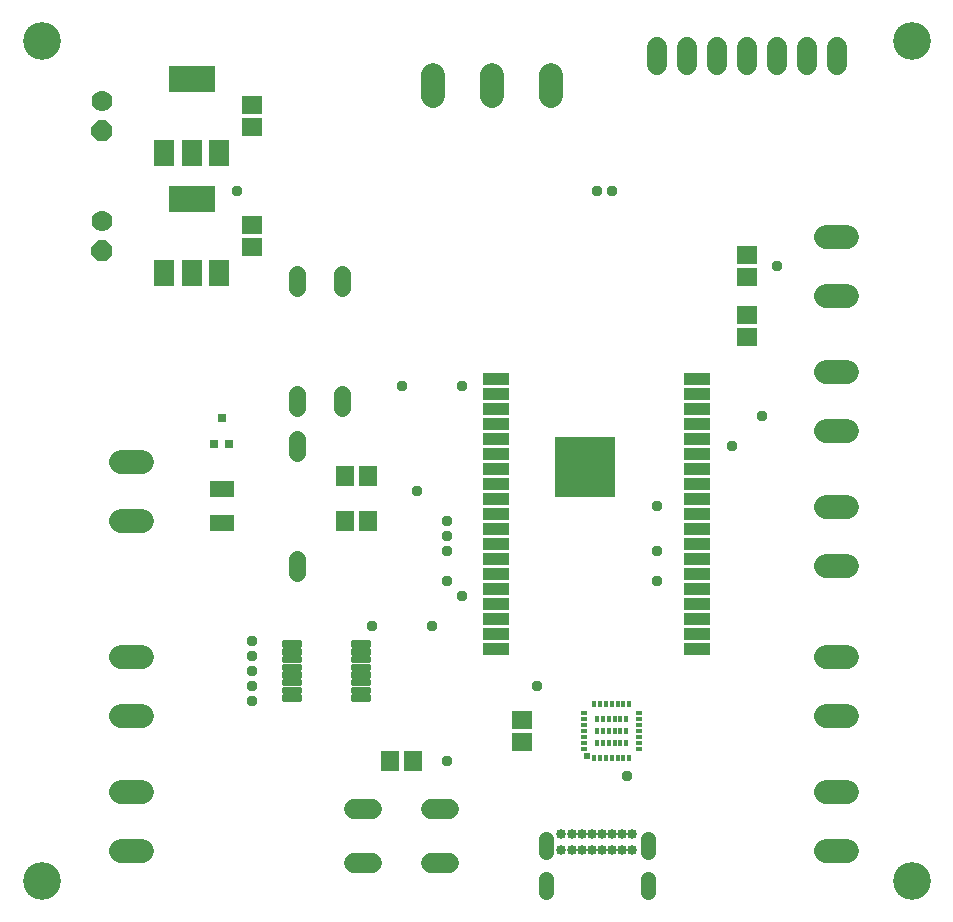
<source format=gbr>
G04 EAGLE Gerber RS-274X export*
G75*
%MOMM*%
%FSLAX34Y34*%
%LPD*%
%INSoldermask Top*%
%IPPOS*%
%AMOC8*
5,1,8,0,0,1.08239X$1,22.5*%
G01*
%ADD10C,3.203194*%
%ADD11R,1.703200X1.503200*%
%ADD12P,1.924489X8X292.500000*%
%ADD13C,1.778000*%
%ADD14C,1.422400*%
%ADD15R,2.003200X1.373200*%
%ADD16R,1.703200X2.203200*%
%ADD17R,4.003200X2.203200*%
%ADD18R,2.203200X1.103200*%
%ADD19R,5.203200X5.203200*%
%ADD20R,0.300000X0.600000*%
%ADD21R,0.600000X0.300000*%
%ADD22R,0.500000X0.500000*%
%ADD23R,1.503200X1.703200*%
%ADD24C,1.727200*%
%ADD25C,0.301600*%
%ADD26R,0.723200X0.678200*%
%ADD27C,1.993900*%
%ADD28C,0.853200*%
%ADD29C,1.311200*%
%ADD30C,0.959600*%


D10*
X25400Y25400D03*
X25400Y736600D03*
X762000Y25400D03*
X762000Y736600D03*
D11*
X203200Y581000D03*
X203200Y562000D03*
D12*
X76200Y558800D03*
D13*
X76200Y584200D03*
D11*
X203200Y682600D03*
X203200Y663600D03*
D12*
X76200Y660400D03*
D13*
X76200Y685800D03*
D11*
X431800Y142900D03*
X431800Y161900D03*
D14*
X241300Y527304D02*
X241300Y539496D01*
X241300Y437896D02*
X241300Y425704D01*
X241300Y298196D02*
X241300Y286004D01*
X241300Y387604D02*
X241300Y399796D01*
X279400Y425704D02*
X279400Y437896D01*
X279400Y527304D02*
X279400Y539496D01*
D15*
X177800Y328200D03*
X177800Y357600D03*
D16*
X129400Y540000D03*
X152400Y540000D03*
X175400Y540000D03*
D17*
X152400Y603000D03*
D16*
X129400Y641600D03*
X152400Y641600D03*
X175400Y641600D03*
D17*
X152400Y704600D03*
D18*
X410300Y450900D03*
X410300Y438200D03*
X410300Y425500D03*
X410300Y412800D03*
X410300Y400100D03*
X410300Y387400D03*
X410300Y374700D03*
X410300Y362000D03*
X410300Y349300D03*
X410300Y336600D03*
X410300Y323900D03*
X410300Y311200D03*
X410300Y298500D03*
X410300Y285800D03*
X410300Y273100D03*
X410300Y260400D03*
X410300Y247700D03*
X410300Y235000D03*
X410300Y222300D03*
X580300Y222300D03*
X580300Y235000D03*
X580300Y247700D03*
X580300Y260400D03*
X580300Y273100D03*
X580300Y285800D03*
X580300Y298500D03*
X580300Y311200D03*
X580300Y323900D03*
X580300Y336600D03*
X580300Y349300D03*
X580300Y362000D03*
X580300Y374700D03*
X580300Y387400D03*
X580300Y400100D03*
X580300Y412800D03*
X580300Y425500D03*
X580300Y438200D03*
X580300Y450900D03*
D19*
X485300Y375900D03*
D20*
X493000Y129400D03*
X498000Y129400D03*
X503000Y129400D03*
X508000Y129400D03*
X513000Y129400D03*
X518000Y129400D03*
X523000Y129400D03*
D21*
X531000Y137400D03*
X531000Y142400D03*
X531000Y147400D03*
X531000Y152400D03*
X531000Y157400D03*
X531000Y162400D03*
X531000Y167400D03*
D20*
X523000Y175400D03*
X518000Y175400D03*
X513000Y175400D03*
X508000Y175400D03*
X503000Y175400D03*
X498000Y175400D03*
X493000Y175400D03*
D21*
X485000Y167400D03*
X485000Y162400D03*
X485000Y157400D03*
X485000Y152400D03*
X485000Y147400D03*
X485000Y142400D03*
X485000Y137400D03*
D22*
X486975Y131375D03*
D20*
X495500Y142400D03*
X495500Y152400D03*
X495500Y162400D03*
X500500Y142400D03*
X500500Y152400D03*
X500500Y162400D03*
X505500Y142400D03*
X505500Y152400D03*
X505500Y162400D03*
X510500Y142400D03*
X510500Y152400D03*
X510500Y162400D03*
X515500Y142400D03*
X515500Y152400D03*
X515500Y162400D03*
X520500Y142400D03*
X520500Y152400D03*
X520500Y162400D03*
D23*
X301600Y368300D03*
X282600Y368300D03*
X282600Y330200D03*
X301600Y330200D03*
D11*
X622300Y485800D03*
X622300Y504800D03*
X622300Y555600D03*
X622300Y536600D03*
D23*
X320700Y127000D03*
X339700Y127000D03*
D24*
X305308Y86106D02*
X290068Y86106D01*
X290068Y40894D02*
X305308Y40894D01*
X355092Y86106D02*
X370332Y86106D01*
X370332Y40894D02*
X355092Y40894D01*
X546100Y716280D02*
X546100Y731520D01*
X571500Y731520D02*
X571500Y716280D01*
X596900Y716280D02*
X596900Y731520D01*
X622300Y731520D02*
X622300Y716280D01*
X647700Y716280D02*
X647700Y731520D01*
X673100Y731520D02*
X673100Y716280D01*
X698500Y716280D02*
X698500Y731520D01*
D25*
X244508Y224442D02*
X230592Y224442D01*
X230592Y227458D01*
X244508Y227458D01*
X244508Y224442D01*
X244508Y227307D02*
X230592Y227307D01*
X230592Y217942D02*
X244508Y217942D01*
X230592Y217942D02*
X230592Y220958D01*
X244508Y220958D01*
X244508Y217942D01*
X244508Y220807D02*
X230592Y220807D01*
X230592Y211442D02*
X244508Y211442D01*
X230592Y211442D02*
X230592Y214458D01*
X244508Y214458D01*
X244508Y211442D01*
X244508Y214307D02*
X230592Y214307D01*
X230592Y204942D02*
X244508Y204942D01*
X230592Y204942D02*
X230592Y207958D01*
X244508Y207958D01*
X244508Y204942D01*
X244508Y207807D02*
X230592Y207807D01*
X230592Y198442D02*
X244508Y198442D01*
X230592Y198442D02*
X230592Y201458D01*
X244508Y201458D01*
X244508Y198442D01*
X244508Y201307D02*
X230592Y201307D01*
X230592Y191942D02*
X244508Y191942D01*
X230592Y191942D02*
X230592Y194958D01*
X244508Y194958D01*
X244508Y191942D01*
X244508Y194807D02*
X230592Y194807D01*
X230592Y185442D02*
X244508Y185442D01*
X230592Y185442D02*
X230592Y188458D01*
X244508Y188458D01*
X244508Y185442D01*
X244508Y188307D02*
X230592Y188307D01*
X230592Y178942D02*
X244508Y178942D01*
X230592Y178942D02*
X230592Y181958D01*
X244508Y181958D01*
X244508Y178942D01*
X244508Y181807D02*
X230592Y181807D01*
X288892Y178942D02*
X302808Y178942D01*
X288892Y178942D02*
X288892Y181958D01*
X302808Y181958D01*
X302808Y178942D01*
X302808Y181807D02*
X288892Y181807D01*
X288892Y185442D02*
X302808Y185442D01*
X288892Y185442D02*
X288892Y188458D01*
X302808Y188458D01*
X302808Y185442D01*
X302808Y188307D02*
X288892Y188307D01*
X288892Y191942D02*
X302808Y191942D01*
X288892Y191942D02*
X288892Y194958D01*
X302808Y194958D01*
X302808Y191942D01*
X302808Y194807D02*
X288892Y194807D01*
X288892Y198442D02*
X302808Y198442D01*
X288892Y198442D02*
X288892Y201458D01*
X302808Y201458D01*
X302808Y198442D01*
X302808Y201307D02*
X288892Y201307D01*
X288892Y204942D02*
X302808Y204942D01*
X288892Y204942D02*
X288892Y207958D01*
X302808Y207958D01*
X302808Y204942D01*
X302808Y207807D02*
X288892Y207807D01*
X288892Y211442D02*
X302808Y211442D01*
X288892Y211442D02*
X288892Y214458D01*
X302808Y214458D01*
X302808Y211442D01*
X302808Y214307D02*
X288892Y214307D01*
X288892Y217942D02*
X302808Y217942D01*
X288892Y217942D02*
X288892Y220958D01*
X302808Y220958D01*
X302808Y217942D01*
X302808Y220807D02*
X288892Y220807D01*
X288892Y224442D02*
X302808Y224442D01*
X288892Y224442D02*
X288892Y227458D01*
X302808Y227458D01*
X302808Y224442D01*
X302808Y227307D02*
X288892Y227307D01*
D26*
X171300Y395520D03*
X184300Y395520D03*
X177800Y417280D03*
D27*
X110554Y330600D02*
X92647Y330600D01*
X92647Y380600D02*
X110554Y380600D01*
X689547Y292500D02*
X707454Y292500D01*
X707454Y342500D02*
X689547Y342500D01*
X689547Y406800D02*
X707454Y406800D01*
X707454Y456800D02*
X689547Y456800D01*
X689547Y521100D02*
X707454Y521100D01*
X707454Y571100D02*
X689547Y571100D01*
X689547Y165500D02*
X707454Y165500D01*
X707454Y215500D02*
X689547Y215500D01*
X689547Y51200D02*
X707454Y51200D01*
X707454Y101200D02*
X689547Y101200D01*
X456400Y689747D02*
X456400Y707654D01*
X406400Y707654D02*
X406400Y689747D01*
X356400Y689747D02*
X356400Y707654D01*
X110554Y165500D02*
X92647Y165500D01*
X92647Y215500D02*
X110554Y215500D01*
X110554Y51200D02*
X92647Y51200D01*
X92647Y101200D02*
X110554Y101200D01*
D28*
X465550Y65650D03*
X474050Y65650D03*
X482550Y65650D03*
X491050Y65650D03*
X499550Y65650D03*
X508050Y65650D03*
X516550Y65650D03*
X525050Y65650D03*
X525050Y52150D03*
X516550Y52150D03*
X508050Y52150D03*
X499550Y52150D03*
X491050Y52150D03*
X482550Y52150D03*
X474050Y52150D03*
X465550Y52150D03*
D29*
X452050Y50310D02*
X452050Y61390D01*
X538550Y61390D02*
X538550Y50310D01*
X538550Y27590D02*
X538550Y16510D01*
X452050Y16510D02*
X452050Y27590D01*
D30*
X342900Y355600D03*
X304800Y241300D03*
X381000Y266700D03*
X381000Y444500D03*
X190500Y609600D03*
X330200Y444500D03*
X444500Y190500D03*
X368300Y127000D03*
X647700Y546100D03*
X520700Y114300D03*
X609600Y393700D03*
X635000Y419100D03*
X495300Y609600D03*
X508000Y609600D03*
X546100Y279400D03*
X546100Y304800D03*
X546100Y342900D03*
X368300Y304800D03*
X203200Y190500D03*
X355600Y241300D03*
X203200Y177800D03*
X368300Y279400D03*
X203200Y203200D03*
X368300Y330200D03*
X203200Y228600D03*
X368300Y317500D03*
X203200Y215900D03*
M02*

</source>
